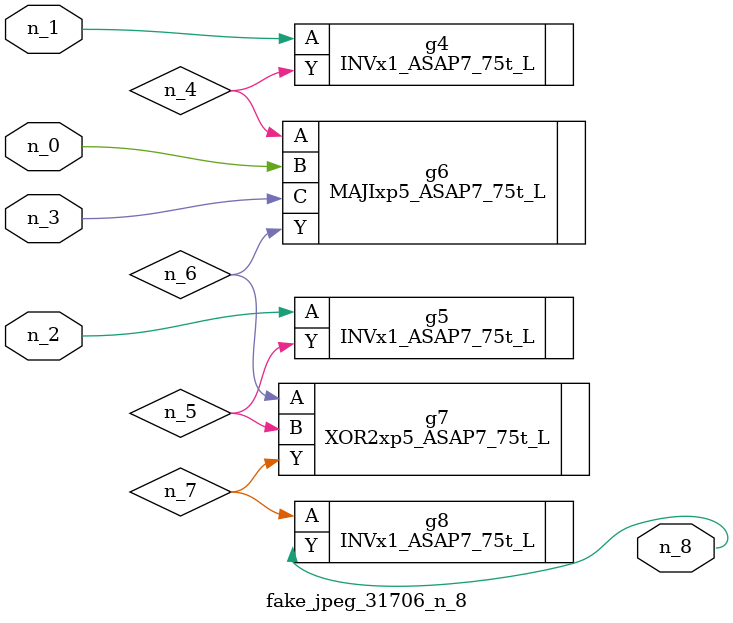
<source format=v>
module fake_jpeg_31706_n_8 (n_0, n_3, n_2, n_1, n_8);

input n_0;
input n_3;
input n_2;
input n_1;

output n_8;

wire n_4;
wire n_6;
wire n_5;
wire n_7;

INVx1_ASAP7_75t_L g4 ( 
.A(n_1),
.Y(n_4)
);

INVx1_ASAP7_75t_L g5 ( 
.A(n_2),
.Y(n_5)
);

MAJIxp5_ASAP7_75t_L g6 ( 
.A(n_4),
.B(n_0),
.C(n_3),
.Y(n_6)
);

XOR2xp5_ASAP7_75t_L g7 ( 
.A(n_6),
.B(n_5),
.Y(n_7)
);

INVx1_ASAP7_75t_L g8 ( 
.A(n_7),
.Y(n_8)
);


endmodule
</source>
